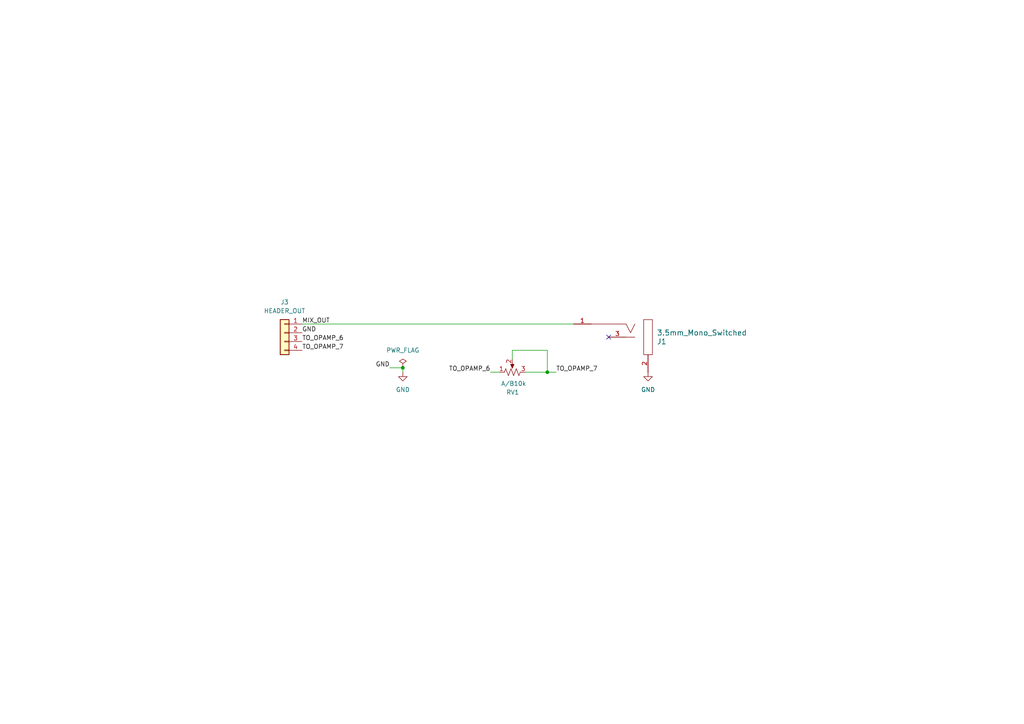
<source format=kicad_sch>
(kicad_sch (version 20250114) (generator "eeschema") (generator_version "9.0")
  (paper "A4")
  (lib_symbols
    (symbol "Connector_Generic:Conn_01x04" (pin_names (offset 1.016) (hide yes))
      (property "Reference" "J" (at 0 5.08 0))
      (property "Value" "Conn_01x04" (at 0 -7.62 0))
      (symbol "Conn_01x04_1_1"
        (rectangle (start -1.27 3.81) (end 1.27 -6.35) (stroke (width 0.254)) (fill (type background)))
        (rectangle (start -1.27 2.667) (end 0 2.413) (stroke (width 0.1524)))
        (rectangle (start -1.27 0.127) (end 0 -0.127) (stroke (width 0.1524)))
        (rectangle (start -1.27 -2.413) (end 0 -2.667) (stroke (width 0.1524)))
        (rectangle (start -1.27 -4.953) (end 0 -5.207) (stroke (width 0.1524)))
        (pin passive line (at -5.08 2.54 0) (length 3.81) (name "Pin_1") (number "1"))
        (pin passive line (at -5.08 0 0) (length 3.81) (name "Pin_2") (number "2"))
        (pin passive line (at -5.08 -2.54 0) (length 3.81) (name "Pin_3") (number "3"))
        (pin passive line (at -5.08 -5.08 0) (length 3.81) (name "Pin_4") (number "4"))
      )
    )
    (symbol "Device:R_Potentiometer_US" (pin_names (offset 1.016) (hide yes))
      (property "Reference" "RV" (at -4.445 0 90))
      (property "Value" "R_Potentiometer_US" (at -2.54 0 90))
      (symbol "R_Potentiometer_US_0_1"
        (polyline (pts (xy 0 2.54) (xy 0 2.286)))
        (polyline (pts (xy 0 2.286) (xy 1.016 1.905) (xy 0 1.524) (xy -1.016 1.143) (xy 0 0.762)))
        (polyline (pts (xy 0 0.762) (xy 1.016 0.381) (xy 0 0) (xy -1.016 -0.381) (xy 0 -0.762)))
        (polyline (pts (xy 0 -0.762) (xy 1.016 -1.143) (xy 0 -1.524) (xy -1.016 -1.905) (xy 0 -2.286)))
        (polyline (pts (xy 0 -2.286) (xy 0 -2.54)))
        (polyline (pts (xy 1.143 0) (xy 2.286 0.508) (xy 2.286 -0.508) (xy 1.143 0)) (fill (type outline)))
        (polyline (pts (xy 2.54 0) (xy 1.524 0)))
      )
      (symbol "R_Potentiometer_US_1_1"
        (pin passive line (at 0 3.81 270) (length 1.27) (name "1") (number "1"))
        (pin passive line (at 0 -3.81 90) (length 1.27) (name "3") (number "3"))
        (pin passive line (at 3.81 0 180) (length 1.27) (name "2") (number "2"))
      )
    )
    (symbol "elemental_jack:3.5mm_Mono_Switched" (pin_names (offset 0) (hide yes))
      (property "Reference" "J" (at -6.35 -7.62 0))
      (property "Value" "3.5mm_Mono_Switched" (at 6.35 6.604 0))
      (symbol "3.5mm_Mono_Switched_0_0"
        (rectangle (start -6.35 5.08) (end -3.81 -5.08))
        (polyline (pts (xy -1.27 3.81) (xy 0 1.27) (xy 1.27 3.81) (xy 11.43 3.81)))
        (polyline (pts (xy -1.27 0) (xy 1.27 0)))
      )
      (symbol "3.5mm_Mono_Switched_1_1"
        (pin passive line (at -5.08 -10.16 90) (length 5.08) (name "SHEILD") (number "2"))
        (pin passive line (at 6.35 0 180) (length 5.08) (name "SW") (number "3"))
        (pin passive line (at 16.51 3.81 180) (length 5.08) (name "SIG") (number "1"))
      )
    )
    (symbol "power:GND" (power) (pin_numbers (hide yes)) (pin_names (offset 0) (hide yes))
      (property "Value" "GND" (at 0 -3.81 0))
      (symbol "GND_0_1"
        (polyline (pts (xy 0 0) (xy 0 -1.27) (xy 1.27 -1.27) (xy 0 -2.54) (xy -1.27 -1.27) (xy 0 -1.27)))
      )
      (symbol "GND_1_1"
        (pin power_in line (at 0 0 270) (length 0) (name "~") (number "1"))
      )
    )
    (symbol "power:PWR_FLAG" (power) (pin_numbers (hide yes)) (pin_names (offset 0) (hide yes))
      (property "Value" "PWR_FLAG" (at 0 3.81 0))
      (symbol "PWR_FLAG_0_0"
        (pin power_out line (at 0 0 90) (length 0) (name "~") (number "1"))
      )
      (symbol "PWR_FLAG_0_1"
        (polyline (pts (xy 0 0) (xy 0 1.27) (xy -1.016 1.905) (xy 0 2.54) (xy 1.016 1.905) (xy 0 1.27)))
      )
    )
  )
  (junction (at 116.84 106.68))
  (junction (at 158.75 107.95))
  (no_connect (at 176.53 97.79))
  (wire (pts (xy 158.75 107.95) (xy 161.29 107.95)))
  (wire (pts (xy 142.24 107.95) (xy 144.78 107.95)))
  (wire (pts (xy 148.59 101.6) (xy 158.75 101.6)))
  (wire (pts (xy 87.63 93.98) (xy 166.37 93.98)))
  (wire (pts (xy 116.84 107.95) (xy 116.84 106.68)))
  (wire (pts (xy 113.03 106.68) (xy 116.84 106.68)))
  (wire (pts (xy 158.75 101.6) (xy 158.75 107.95)))
  (wire (pts (xy 148.59 104.14) (xy 148.59 101.6)))
  (wire (pts (xy 158.75 107.95) (xy 152.4 107.95)))
  (label "TO_OPAMP_6" (at 142.24 107.95 180))
  (label "GND" (at 113.03 106.68 180))
  (label "TO_OPAMP_7" (at 87.63 101.6 0))
  (label "GND" (at 87.63 96.52 0))
  (label "TO_OPAMP_6" (at 87.63 99.06 0))
  (label "TO_OPAMP_7" (at 161.29 107.95 0))
  (label "MIX_OUT" (at 87.63 93.98 0))
  (symbol (lib_id "power:PWR_FLAG") (at 116.84 106.68 0) (unit 1)
    (property "Reference" "#FLG01" (effects (hide yes)))
    (property "Value" "PWR_FLAG" (at 116.84 101.6 0))
    (property "Description" "Special symbol for telling ERC where power comes from" (effects (hide yes)))
  )
  (symbol (lib_id "power:GND") (at 187.96 107.95 0) (unit 1)
    (property "Reference" "#PWR01" (effects (hide yes)))
    (property "Value" "GND" (at 187.96 113.03 0))
    (property "Description" "Power symbol creates a global label with name \"GND\" , ground" (effects (hide yes)))
  )
  (symbol (lib_id "power:GND") (at 116.84 107.95 0) (unit 1)
    (property "Reference" "#PWR02" (effects (hide yes)))
    (property "Value" "GND" (at 116.84 113.03 0))
    (property "Description" "Power symbol creates a global label with name \"GND\" , ground" (effects (hide yes)))
  )
  (symbol (lib_id "Device:R_Potentiometer_US") (at 148.59 107.95 90) (unit 1)
    (property "Reference" "RV1" (at 146.812 113.792 90) (effects (justify right)))
    (property "Value" "A/B10k" (at 145.288 111.252 90) (effects (justify right)))
    (property "Footprint" "elemental_potentiometer:Pot_9mm_Knurl_NoDet" (effects (hide yes)))
    (property "Description" "Potentiometer, US symbol" (effects (hide yes)))
  )
  (symbol (lib_id "Connector_Generic:Conn_01x04") (at 82.55 96.52 0) (mirror y) (unit 1)
    (property "Reference" "J3" (at 82.55 87.63 0))
    (property "Value" "HEADER_OUT" (at 82.55 90.17 0))
    (property "Footprint" "Connector_PinHeader_2.54mm:PinHeader_1x04_P2.54mm_Vertical" (effects (hide yes)))
    (property "Description" "Generic connector, single row, 01x04, script generated (kicad-library-utils/schlib/autogen/connector/)" (effects (hide yes)))
  )
  (symbol (lib_id "elemental_jack:3.5mm_Mono_Switched") (at 182.88 97.79 0) (mirror y) (unit 1)
    (property "Reference" "J1" (at 190.5 99.0601 0) (effects (font (size 1.524 1.524)) (justify right)))
    (property "Value" "3.5mm_Mono_Switched" (at 190.5 96.5201 0) (effects (font (size 1.524 1.524)) (justify right)))
    (property "Footprint" "elemental_jack:EighthInch_PJ398SM" (effects (hide yes)))
    (property "Description" "Audio 3.5mm Jack, mono, switched, PC-pin Vertical" (effects (hide yes)))
    (property "Specifications" "Audio 3.5mm Jack, mono, switched, PC-pin Vertical" (effects (hide yes)))
    (property "Manufacturer" "Wenzhou QingPu Electronics Co" (effects (hide yes)))
    (property "Part Number" "WQP-WQP518MA" (effects (hide yes)))
  )
)
</source>
